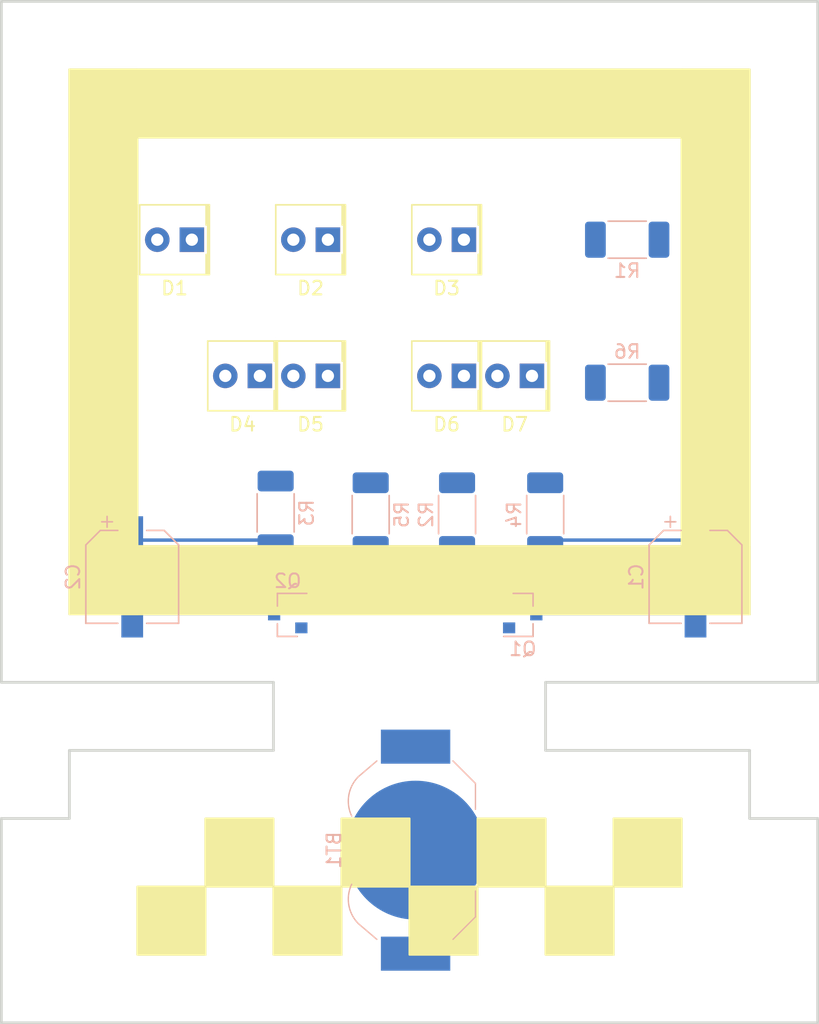
<source format=kicad_pcb>
(kicad_pcb (version 20171130) (host pcbnew "(6.0.0-rc1-dev-1198-gf6cdcc1db)")

  (general
    (thickness 1.6)
    (drawings 28)
    (tracks 9)
    (zones 0)
    (modules 18)
    (nets 14)
  )

  (page A4)
  (layers
    (0 F.Cu signal)
    (31 B.Cu signal)
    (32 B.Adhes user)
    (33 F.Adhes user)
    (34 B.Paste user)
    (35 F.Paste user hide)
    (36 B.SilkS user)
    (37 F.SilkS user hide)
    (38 B.Mask user)
    (39 F.Mask user hide)
    (40 Dwgs.User user hide)
    (41 Cmts.User user hide)
    (42 Eco1.User user hide)
    (43 Eco2.User user hide)
    (44 Edge.Cuts user)
    (45 Margin user hide)
    (46 B.CrtYd user)
    (47 F.CrtYd user hide)
    (48 B.Fab user)
    (49 F.Fab user)
  )

  (setup
    (last_trace_width 0.25)
    (trace_clearance 0.2)
    (zone_clearance 0.508)
    (zone_45_only no)
    (trace_min 0.2)
    (via_size 0.8)
    (via_drill 0.4)
    (via_min_size 0.4)
    (via_min_drill 0.3)
    (uvia_size 0.3)
    (uvia_drill 0.1)
    (uvias_allowed no)
    (uvia_min_size 0.2)
    (uvia_min_drill 0.1)
    (edge_width 0.2)
    (segment_width 0.2)
    (pcb_text_width 0.3)
    (pcb_text_size 1.5 1.5)
    (mod_edge_width 0.15)
    (mod_text_size 1 1)
    (mod_text_width 0.15)
    (pad_size 1.524 1.524)
    (pad_drill 0.762)
    (pad_to_mask_clearance 0.051)
    (solder_mask_min_width 0.25)
    (aux_axis_origin 0 0)
    (grid_origin 22 22)
    (visible_elements FFFFEF7F)
    (pcbplotparams
      (layerselection 0x010fc_ffffffff)
      (usegerberextensions false)
      (usegerberattributes false)
      (usegerberadvancedattributes false)
      (creategerberjobfile false)
      (excludeedgelayer true)
      (linewidth 0.100000)
      (plotframeref false)
      (viasonmask false)
      (mode 1)
      (useauxorigin false)
      (hpglpennumber 1)
      (hpglpenspeed 20)
      (hpglpendiameter 15.000000)
      (psnegative false)
      (psa4output false)
      (plotreference true)
      (plotvalue true)
      (plotinvisibletext false)
      (padsonsilk false)
      (subtractmaskfromsilk false)
      (outputformat 1)
      (mirror false)
      (drillshape 1)
      (scaleselection 1)
      (outputdirectory ""))
  )

  (net 0 "")
  (net 1 VCC)
  (net 2 GND)
  (net 3 "Net-(C1-Pad1)")
  (net 4 "Net-(C1-Pad2)")
  (net 5 "Net-(C2-Pad2)")
  (net 6 "Net-(C2-Pad1)")
  (net 7 "Net-(D1-Pad1)")
  (net 8 "Net-(D2-Pad1)")
  (net 9 "Net-(D3-Pad1)")
  (net 10 "Net-(D4-Pad1)")
  (net 11 "Net-(D5-Pad1)")
  (net 12 "Net-(D6-Pad1)")
  (net 13 "Net-(D7-Pad1)")

  (net_class Default "This is the default net class."
    (clearance 0.2)
    (trace_width 0.25)
    (via_dia 0.8)
    (via_drill 0.4)
    (uvia_dia 0.3)
    (uvia_drill 0.1)
    (add_net GND)
    (add_net "Net-(C1-Pad1)")
    (add_net "Net-(C1-Pad2)")
    (add_net "Net-(C2-Pad1)")
    (add_net "Net-(C2-Pad2)")
    (add_net "Net-(D1-Pad1)")
    (add_net "Net-(D2-Pad1)")
    (add_net "Net-(D3-Pad1)")
    (add_net "Net-(D4-Pad1)")
    (add_net "Net-(D5-Pad1)")
    (add_net "Net-(D6-Pad1)")
    (add_net "Net-(D7-Pad1)")
    (add_net VCC)
  )

  (module LED_THT:LED_Rectangular_W5.0mm_H5.0mm (layer F.Cu) (tedit 587A3A7B) (tstamp 5C0BE7BB)
    (at 46 39.5 180)
    (descr "LED_Rectangular, Rectangular,  Rectangular size 5.0x5.0mm^2, 2 pins, http://www.kingbright.com/attachments/file/psearch/000/00/00/L-169XCGDK(Ver.9B).pdf")
    (tags "LED_Rectangular Rectangular  Rectangular size 5.0x5.0mm^2 2 pins")
    (path /5BF4BD21)
    (fp_text reference D6 (at 1.27 -3.56 180) (layer F.SilkS)
      (effects (font (size 1 1) (thickness 0.15)))
    )
    (fp_text value LED (at 1.27 3.56 180) (layer F.Fab)
      (effects (font (size 1 1) (thickness 0.15)))
    )
    (fp_line (start 4.1 -2.85) (end -1.55 -2.85) (layer F.CrtYd) (width 0.05))
    (fp_line (start 4.1 2.85) (end 4.1 -2.85) (layer F.CrtYd) (width 0.05))
    (fp_line (start -1.55 2.85) (end 4.1 2.85) (layer F.CrtYd) (width 0.05))
    (fp_line (start -1.55 -2.85) (end -1.55 2.85) (layer F.CrtYd) (width 0.05))
    (fp_line (start -1.051 1.08) (end -1.051 2.56) (layer F.SilkS) (width 0.12))
    (fp_line (start -1.051 -2.56) (end -1.051 -1.08) (layer F.SilkS) (width 0.12))
    (fp_line (start -1.17 -2.56) (end -1.17 2.56) (layer F.SilkS) (width 0.12))
    (fp_line (start 3.83 -2.56) (end 3.83 2.56) (layer F.SilkS) (width 0.12))
    (fp_line (start -1.29 -2.56) (end -1.29 2.56) (layer F.SilkS) (width 0.12))
    (fp_line (start -1.29 2.56) (end 3.83 2.56) (layer F.SilkS) (width 0.12))
    (fp_line (start -1.29 -2.56) (end 3.83 -2.56) (layer F.SilkS) (width 0.12))
    (fp_line (start 3.77 -2.5) (end -1.23 -2.5) (layer F.Fab) (width 0.1))
    (fp_line (start 3.77 2.5) (end 3.77 -2.5) (layer F.Fab) (width 0.1))
    (fp_line (start -1.23 2.5) (end 3.77 2.5) (layer F.Fab) (width 0.1))
    (fp_line (start -1.23 -2.5) (end -1.23 2.5) (layer F.Fab) (width 0.1))
    (pad 2 thru_hole circle (at 2.54 0 180) (size 1.8 1.8) (drill 0.9) (layers *.Cu *.Mask)
      (net 11 "Net-(D5-Pad1)"))
    (pad 1 thru_hole rect (at 0 0 180) (size 1.8 1.8) (drill 0.9) (layers *.Cu *.Mask)
      (net 12 "Net-(D6-Pad1)"))
    (model ${KISYS3DMOD}/LED_THT.3dshapes/LED_Rectangular_W5.0mm_H5.0mm.wrl
      (at (xyz 0 0 0))
      (scale (xyz 1 1 1))
      (rotate (xyz 0 0 0))
    )
  )

  (module Battery:BatteryHolder_LINX_BAT-HLD-012-SMT (layer B.Cu) (tedit 5B256044) (tstamp 5BF5735D)
    (at 42.447 74.324 90)
    (descr "SMT battery holder for CR1216/1220/1225, https://linxtechnologies.com/wp/wp-content/uploads/bat-hld-012-smt.pdf")
    (tags "battery holder coin cell cr1216 cr1220 cr1225")
    (path /5BF3CB03)
    (attr smd)
    (fp_text reference BT1 (at 0 -6 90) (layer B.SilkS)
      (effects (font (size 1 1) (thickness 0.15)) (justify mirror))
    )
    (fp_text value Battery_Cell (at 0 7 90) (layer B.Fab)
      (effects (font (size 1 1) (thickness 0.15)) (justify mirror))
    )
    (fp_line (start 6.55 -2.85) (end 5.4 -4.2) (layer B.SilkS) (width 0.1))
    (fp_line (start -6.55 -2.85) (end -5.4 -4.2) (layer B.SilkS) (width 0.1))
    (fp_line (start -4.9 4.4) (end -3 4.4) (layer B.SilkS) (width 0.1))
    (fp_line (start 4.9 4.4) (end 3 4.4) (layer B.SilkS) (width 0.1))
    (fp_line (start 4.9 4.4) (end 6.55 2.75) (layer B.SilkS) (width 0.1))
    (fp_line (start -6.55 2.75) (end -4.9 4.4) (layer B.SilkS) (width 0.1))
    (fp_line (start 6.55 2.75) (end 6.75 2.75) (layer B.Fab) (width 0.1))
    (fp_line (start 6.55 2.75) (end 6.7 2.9) (layer B.Fab) (width 0.1))
    (fp_line (start 5.05 4.55) (end 4.9 4.4) (layer B.Fab) (width 0.1))
    (fp_line (start -5.05 4.55) (end -4.9 4.4) (layer B.Fab) (width 0.1))
    (fp_line (start -6.55 2.75) (end -6.7 2.9) (layer B.Fab) (width 0.1))
    (fp_line (start -6.75 2.75) (end -6.55 2.75) (layer B.Fab) (width 0.1))
    (fp_line (start 6.75 -2.85) (end 6.55 -2.85) (layer B.Fab) (width 0.1))
    (fp_line (start -6.75 -2.85) (end -6.55 -2.85) (layer B.Fab) (width 0.1))
    (fp_line (start -3.55 -6.75) (end -7.25 -3.05) (layer B.CrtYd) (width 0.05))
    (fp_line (start 3.55 -6.75) (end 7.25 -3.05) (layer B.CrtYd) (width 0.05))
    (fp_line (start -3.55 -6.75) (end 3.55 -6.75) (layer B.CrtYd) (width 0.05))
    (fp_line (start 9.35 -3.05) (end 7.25 -3.05) (layer B.CrtYd) (width 0.05))
    (fp_line (start 9.35 3.05) (end 9.35 -3.05) (layer B.CrtYd) (width 0.05))
    (fp_line (start 7.25 3.05) (end 9.35 3.05) (layer B.CrtYd) (width 0.05))
    (fp_line (start 3.55 6.75) (end 7.25 3.05) (layer B.CrtYd) (width 0.05))
    (fp_line (start -3.55 6.75) (end 3.55 6.75) (layer B.CrtYd) (width 0.05))
    (fp_line (start -7.25 3.05) (end -3.55 6.75) (layer B.CrtYd) (width 0.05))
    (fp_line (start -9.35 -3.05) (end -7.25 -3.05) (layer B.CrtYd) (width 0.05))
    (fp_line (start -9.35 3.05) (end -7.25 3.05) (layer B.CrtYd) (width 0.05))
    (fp_line (start -9.35 -3.05) (end -9.35 3.05) (layer B.CrtYd) (width 0.05))
    (fp_circle (center 0 0) (end -6.25 0) (layer B.Fab) (width 0.1))
    (fp_arc (start 0 -6) (end -1.8 -4.2) (angle -90) (layer B.Fab) (width 0.1))
    (fp_arc (start 3.6 -2.4) (end 5.4 -4.2) (angle -70.55996517) (layer B.SilkS) (width 0.1))
    (fp_line (start 6.55 -2.85) (end 5.4 -4.2) (layer B.Fab) (width 0.1))
    (fp_line (start -6.55 -2.85) (end -5.4 -4.2) (layer B.Fab) (width 0.1))
    (fp_line (start -6.55 2.75) (end -4.9 4.4) (layer B.Fab) (width 0.1))
    (fp_line (start -6.55 -2.85) (end -6.55 2.75) (layer B.Fab) (width 0.1))
    (fp_line (start 6.55 2.75) (end 4.9 4.4) (layer B.Fab) (width 0.1))
    (fp_line (start 6.55 -2.85) (end 6.55 2.75) (layer B.Fab) (width 0.1))
    (fp_line (start 6.7 2.9) (end 5.05 4.55) (layer B.Fab) (width 0.1))
    (fp_line (start -6.7 2.9) (end -5.05 4.55) (layer B.Fab) (width 0.1))
    (fp_line (start 4.9 4.4) (end -4.9 4.4) (layer B.Fab) (width 0.1))
    (fp_line (start 6.75 -2.85) (end 6.75 2.75) (layer B.Fab) (width 0.1))
    (fp_line (start -6.75 -2.85) (end -6.75 2.75) (layer B.Fab) (width 0.1))
    (fp_line (start 7.65 2.55) (end 6.75 2.55) (layer B.Fab) (width 0.1))
    (fp_line (start 7.65 0.55) (end 7.65 2.55) (layer B.Fab) (width 0.1))
    (fp_line (start 6.75 0.55) (end 7.65 0.55) (layer B.Fab) (width 0.1))
    (fp_line (start 7.65 -0.55) (end 6.75 -0.55) (layer B.Fab) (width 0.1))
    (fp_line (start 7.65 -2.55) (end 7.65 -0.55) (layer B.Fab) (width 0.1))
    (fp_line (start 6.75 -2.55) (end 7.65 -2.55) (layer B.Fab) (width 0.1))
    (fp_line (start -7.65 -2.55) (end -6.75 -2.55) (layer B.Fab) (width 0.1))
    (fp_line (start -7.65 -0.55) (end -7.65 -2.55) (layer B.Fab) (width 0.1))
    (fp_line (start -6.75 -0.55) (end -7.65 -0.55) (layer B.Fab) (width 0.1))
    (fp_line (start -7.65 0.55) (end -6.75 0.55) (layer B.Fab) (width 0.1))
    (fp_line (start -7.65 2.55) (end -6.75 2.55) (layer B.Fab) (width 0.1))
    (fp_line (start -7.65 2.55) (end -7.65 0.55) (layer B.Fab) (width 0.1))
    (fp_text user %R (at 0 0 90) (layer B.Fab)
      (effects (font (size 1 1) (thickness 0.15)) (justify mirror))
    )
    (fp_arc (start 3.6 -2.4) (end 5.4 -4.2) (angle -90) (layer B.Fab) (width 0.1))
    (fp_arc (start -3.6 -2.4) (end -1.8 -4.2) (angle -90) (layer B.Fab) (width 0.1))
    (fp_arc (start -3.6 -2.4) (end -5.4 -4.2) (angle 70.5) (layer B.SilkS) (width 0.1))
    (pad 1 smd rect (at -7.6 0 90) (size 2.5 5.1) (layers B.Cu B.Paste B.Mask)
      (net 1 VCC))
    (pad 1 smd rect (at 7.6 0 90) (size 2.5 5.1) (layers B.Cu B.Paste B.Mask)
      (net 1 VCC))
    (pad 2 smd circle (at 0 0 90) (size 10.2 10.2) (layers B.Cu B.Paste B.Mask)
      (net 2 GND))
    (model ${KISYS3DMOD}/Battery.3dshapes/BatteryHolder_LINX_BAT-HLD-012-SMT.wrl
      (at (xyz 0 0 0))
      (scale (xyz 1 1 1))
      (rotate (xyz 0 0 0))
    )
  )

  (module Capacitor_SMD:CP_Elec_6.3x5.4_Nichicon (layer B.Cu) (tedit 5A841F9D) (tstamp 5BFF9834)
    (at 63.021 54.258 270)
    (descr "SMT capacitor, aluminium electrolytic, 6.3x5.4, Nichicon ")
    (tags "Capacitor Electrolytic")
    (path /5BF35CC3)
    (attr smd)
    (fp_text reference C1 (at 0 4.35 270) (layer B.SilkS)
      (effects (font (size 1 1) (thickness 0.15)) (justify mirror))
    )
    (fp_text value 100uF (at 0 -4.35 270) (layer B.Fab)
      (effects (font (size 1 1) (thickness 0.15)) (justify mirror))
    )
    (fp_circle (center 0 0) (end 3.15 0) (layer B.Fab) (width 0.1))
    (fp_line (start 3.3 3.3) (end 3.3 -3.3) (layer B.Fab) (width 0.1))
    (fp_line (start -2.3 3.3) (end 3.3 3.3) (layer B.Fab) (width 0.1))
    (fp_line (start -2.3 -3.3) (end 3.3 -3.3) (layer B.Fab) (width 0.1))
    (fp_line (start -3.3 2.3) (end -3.3 -2.3) (layer B.Fab) (width 0.1))
    (fp_line (start -3.3 2.3) (end -2.3 3.3) (layer B.Fab) (width 0.1))
    (fp_line (start -3.3 -2.3) (end -2.3 -3.3) (layer B.Fab) (width 0.1))
    (fp_line (start -2.704838 1.33) (end -2.074838 1.33) (layer B.Fab) (width 0.1))
    (fp_line (start -2.389838 1.645) (end -2.389838 1.015) (layer B.Fab) (width 0.1))
    (fp_line (start 3.41 -3.41) (end 3.41 -1.06) (layer B.SilkS) (width 0.12))
    (fp_line (start 3.41 3.41) (end 3.41 1.06) (layer B.SilkS) (width 0.12))
    (fp_line (start -2.345563 3.41) (end 3.41 3.41) (layer B.SilkS) (width 0.12))
    (fp_line (start -2.345563 -3.41) (end 3.41 -3.41) (layer B.SilkS) (width 0.12))
    (fp_line (start -3.41 -2.345563) (end -3.41 -1.06) (layer B.SilkS) (width 0.12))
    (fp_line (start -3.41 2.345563) (end -3.41 1.06) (layer B.SilkS) (width 0.12))
    (fp_line (start -3.41 2.345563) (end -2.345563 3.41) (layer B.SilkS) (width 0.12))
    (fp_line (start -3.41 -2.345563) (end -2.345563 -3.41) (layer B.SilkS) (width 0.12))
    (fp_line (start -4.4375 1.8475) (end -3.65 1.8475) (layer B.SilkS) (width 0.12))
    (fp_line (start -4.04375 2.24125) (end -4.04375 1.45375) (layer B.SilkS) (width 0.12))
    (fp_line (start 3.55 3.55) (end 3.55 1.05) (layer B.CrtYd) (width 0.05))
    (fp_line (start 3.55 1.05) (end 4.7 1.05) (layer B.CrtYd) (width 0.05))
    (fp_line (start 4.7 1.05) (end 4.7 -1.05) (layer B.CrtYd) (width 0.05))
    (fp_line (start 4.7 -1.05) (end 3.55 -1.05) (layer B.CrtYd) (width 0.05))
    (fp_line (start 3.55 -1.05) (end 3.55 -3.55) (layer B.CrtYd) (width 0.05))
    (fp_line (start -2.4 -3.55) (end 3.55 -3.55) (layer B.CrtYd) (width 0.05))
    (fp_line (start -2.4 3.55) (end 3.55 3.55) (layer B.CrtYd) (width 0.05))
    (fp_line (start -3.55 -2.4) (end -2.4 -3.55) (layer B.CrtYd) (width 0.05))
    (fp_line (start -3.55 2.4) (end -2.4 3.55) (layer B.CrtYd) (width 0.05))
    (fp_line (start -3.55 2.4) (end -3.55 1.05) (layer B.CrtYd) (width 0.05))
    (fp_line (start -3.55 -1.05) (end -3.55 -2.4) (layer B.CrtYd) (width 0.05))
    (fp_line (start -3.55 1.05) (end -4.7 1.05) (layer B.CrtYd) (width 0.05))
    (fp_line (start -4.7 1.05) (end -4.7 -1.05) (layer B.CrtYd) (width 0.05))
    (fp_line (start -4.7 -1.05) (end -3.55 -1.05) (layer B.CrtYd) (width 0.05))
    (fp_text user %R (at 0 0 270) (layer B.Fab)
      (effects (font (size 1 1) (thickness 0.15)) (justify mirror))
    )
    (pad 1 smd rect (at -2.7 0 270) (size 3.5 1.6) (layers B.Cu B.Paste B.Mask)
      (net 3 "Net-(C1-Pad1)"))
    (pad 2 smd rect (at 2.7 0 270) (size 3.5 1.6) (layers B.Cu B.Paste B.Mask)
      (net 4 "Net-(C1-Pad2)"))
    (model ${KISYS3DMOD}/Capacitor_SMD.3dshapes/CP_Elec_6.3x5.4_Nichicon.wrl
      (at (xyz 0 0 0))
      (scale (xyz 1 1 1))
      (rotate (xyz 0 0 0))
    )
  )

  (module Capacitor_SMD:CP_Elec_6.3x5.4_Nichicon (layer B.Cu) (tedit 5A841F9D) (tstamp 5BFF985C)
    (at 21.619 54.258 270)
    (descr "SMT capacitor, aluminium electrolytic, 6.3x5.4, Nichicon ")
    (tags "Capacitor Electrolytic")
    (path /5BF35E94)
    (attr smd)
    (fp_text reference C2 (at 0 4.35 270) (layer B.SilkS)
      (effects (font (size 1 1) (thickness 0.15)) (justify mirror))
    )
    (fp_text value 100mF (at 0 -4.35 270) (layer B.Fab)
      (effects (font (size 1 1) (thickness 0.15)) (justify mirror))
    )
    (fp_text user %R (at 0 0 270) (layer B.Fab)
      (effects (font (size 1 1) (thickness 0.15)) (justify mirror))
    )
    (fp_line (start -4.7 -1.05) (end -3.55 -1.05) (layer B.CrtYd) (width 0.05))
    (fp_line (start -4.7 1.05) (end -4.7 -1.05) (layer B.CrtYd) (width 0.05))
    (fp_line (start -3.55 1.05) (end -4.7 1.05) (layer B.CrtYd) (width 0.05))
    (fp_line (start -3.55 -1.05) (end -3.55 -2.4) (layer B.CrtYd) (width 0.05))
    (fp_line (start -3.55 2.4) (end -3.55 1.05) (layer B.CrtYd) (width 0.05))
    (fp_line (start -3.55 2.4) (end -2.4 3.55) (layer B.CrtYd) (width 0.05))
    (fp_line (start -3.55 -2.4) (end -2.4 -3.55) (layer B.CrtYd) (width 0.05))
    (fp_line (start -2.4 3.55) (end 3.55 3.55) (layer B.CrtYd) (width 0.05))
    (fp_line (start -2.4 -3.55) (end 3.55 -3.55) (layer B.CrtYd) (width 0.05))
    (fp_line (start 3.55 -1.05) (end 3.55 -3.55) (layer B.CrtYd) (width 0.05))
    (fp_line (start 4.7 -1.05) (end 3.55 -1.05) (layer B.CrtYd) (width 0.05))
    (fp_line (start 4.7 1.05) (end 4.7 -1.05) (layer B.CrtYd) (width 0.05))
    (fp_line (start 3.55 1.05) (end 4.7 1.05) (layer B.CrtYd) (width 0.05))
    (fp_line (start 3.55 3.55) (end 3.55 1.05) (layer B.CrtYd) (width 0.05))
    (fp_line (start -4.04375 2.24125) (end -4.04375 1.45375) (layer B.SilkS) (width 0.12))
    (fp_line (start -4.4375 1.8475) (end -3.65 1.8475) (layer B.SilkS) (width 0.12))
    (fp_line (start -3.41 -2.345563) (end -2.345563 -3.41) (layer B.SilkS) (width 0.12))
    (fp_line (start -3.41 2.345563) (end -2.345563 3.41) (layer B.SilkS) (width 0.12))
    (fp_line (start -3.41 2.345563) (end -3.41 1.06) (layer B.SilkS) (width 0.12))
    (fp_line (start -3.41 -2.345563) (end -3.41 -1.06) (layer B.SilkS) (width 0.12))
    (fp_line (start -2.345563 -3.41) (end 3.41 -3.41) (layer B.SilkS) (width 0.12))
    (fp_line (start -2.345563 3.41) (end 3.41 3.41) (layer B.SilkS) (width 0.12))
    (fp_line (start 3.41 3.41) (end 3.41 1.06) (layer B.SilkS) (width 0.12))
    (fp_line (start 3.41 -3.41) (end 3.41 -1.06) (layer B.SilkS) (width 0.12))
    (fp_line (start -2.389838 1.645) (end -2.389838 1.015) (layer B.Fab) (width 0.1))
    (fp_line (start -2.704838 1.33) (end -2.074838 1.33) (layer B.Fab) (width 0.1))
    (fp_line (start -3.3 -2.3) (end -2.3 -3.3) (layer B.Fab) (width 0.1))
    (fp_line (start -3.3 2.3) (end -2.3 3.3) (layer B.Fab) (width 0.1))
    (fp_line (start -3.3 2.3) (end -3.3 -2.3) (layer B.Fab) (width 0.1))
    (fp_line (start -2.3 -3.3) (end 3.3 -3.3) (layer B.Fab) (width 0.1))
    (fp_line (start -2.3 3.3) (end 3.3 3.3) (layer B.Fab) (width 0.1))
    (fp_line (start 3.3 3.3) (end 3.3 -3.3) (layer B.Fab) (width 0.1))
    (fp_circle (center 0 0) (end 3.15 0) (layer B.Fab) (width 0.1))
    (pad 2 smd rect (at 2.7 0 270) (size 3.5 1.6) (layers B.Cu B.Paste B.Mask)
      (net 5 "Net-(C2-Pad2)"))
    (pad 1 smd rect (at -2.7 0 270) (size 3.5 1.6) (layers B.Cu B.Paste B.Mask)
      (net 6 "Net-(C2-Pad1)"))
    (model ${KISYS3DMOD}/Capacitor_SMD.3dshapes/CP_Elec_6.3x5.4_Nichicon.wrl
      (at (xyz 0 0 0))
      (scale (xyz 1 1 1))
      (rotate (xyz 0 0 0))
    )
  )

  (module Package_TO_SOT_SMD:SOT-23 (layer B.Cu) (tedit 5A02FF57) (tstamp 5BFF98FD)
    (at 33.049 57.052 180)
    (descr "SOT-23, Standard")
    (tags SOT-23)
    (path /5BF48FC8)
    (attr smd)
    (fp_text reference Q2 (at 0 2.5 180) (layer B.SilkS)
      (effects (font (size 1 1) (thickness 0.15)) (justify mirror))
    )
    (fp_text value MMBT3904 (at 0 -2.5 180) (layer B.Fab)
      (effects (font (size 1 1) (thickness 0.15)) (justify mirror))
    )
    (fp_text user %R (at 0 0 90) (layer B.Fab)
      (effects (font (size 0.5 0.5) (thickness 0.075)) (justify mirror))
    )
    (fp_line (start -0.7 0.95) (end -0.7 -1.5) (layer B.Fab) (width 0.1))
    (fp_line (start -0.15 1.52) (end 0.7 1.52) (layer B.Fab) (width 0.1))
    (fp_line (start -0.7 0.95) (end -0.15 1.52) (layer B.Fab) (width 0.1))
    (fp_line (start 0.7 1.52) (end 0.7 -1.52) (layer B.Fab) (width 0.1))
    (fp_line (start -0.7 -1.52) (end 0.7 -1.52) (layer B.Fab) (width 0.1))
    (fp_line (start 0.76 -1.58) (end 0.76 -0.65) (layer B.SilkS) (width 0.12))
    (fp_line (start 0.76 1.58) (end 0.76 0.65) (layer B.SilkS) (width 0.12))
    (fp_line (start -1.7 1.75) (end 1.7 1.75) (layer B.CrtYd) (width 0.05))
    (fp_line (start 1.7 1.75) (end 1.7 -1.75) (layer B.CrtYd) (width 0.05))
    (fp_line (start 1.7 -1.75) (end -1.7 -1.75) (layer B.CrtYd) (width 0.05))
    (fp_line (start -1.7 -1.75) (end -1.7 1.75) (layer B.CrtYd) (width 0.05))
    (fp_line (start 0.76 1.58) (end -1.4 1.58) (layer B.SilkS) (width 0.12))
    (fp_line (start 0.76 -1.58) (end -0.7 -1.58) (layer B.SilkS) (width 0.12))
    (pad 1 smd rect (at -1 0.95 180) (size 0.9 0.8) (layers B.Cu B.Paste B.Mask)
      (net 3 "Net-(C1-Pad1)"))
    (pad 2 smd rect (at -1 -0.95 180) (size 0.9 0.8) (layers B.Cu B.Paste B.Mask)
      (net 2 GND))
    (pad 3 smd rect (at 1 0 180) (size 0.9 0.8) (layers B.Cu B.Paste B.Mask)
      (net 5 "Net-(C2-Pad2)"))
    (model ${KISYS3DMOD}/Package_TO_SOT_SMD.3dshapes/SOT-23.wrl
      (at (xyz 0 0 0))
      (scale (xyz 1 1 1))
      (rotate (xyz 0 0 0))
    )
  )

  (module Package_TO_SOT_SMD:SOT-23 (layer B.Cu) (tedit 5A02FF57) (tstamp 5BFF98E8)
    (at 50.321 57.052)
    (descr "SOT-23, Standard")
    (tags SOT-23)
    (path /5BF490FA)
    (attr smd)
    (fp_text reference Q1 (at 0 2.5) (layer B.SilkS)
      (effects (font (size 1 1) (thickness 0.15)) (justify mirror))
    )
    (fp_text value MMBT3904 (at 0 -2.5) (layer B.Fab)
      (effects (font (size 1 1) (thickness 0.15)) (justify mirror))
    )
    (fp_line (start 0.76 -1.58) (end -0.7 -1.58) (layer B.SilkS) (width 0.12))
    (fp_line (start 0.76 1.58) (end -1.4 1.58) (layer B.SilkS) (width 0.12))
    (fp_line (start -1.7 -1.75) (end -1.7 1.75) (layer B.CrtYd) (width 0.05))
    (fp_line (start 1.7 -1.75) (end -1.7 -1.75) (layer B.CrtYd) (width 0.05))
    (fp_line (start 1.7 1.75) (end 1.7 -1.75) (layer B.CrtYd) (width 0.05))
    (fp_line (start -1.7 1.75) (end 1.7 1.75) (layer B.CrtYd) (width 0.05))
    (fp_line (start 0.76 1.58) (end 0.76 0.65) (layer B.SilkS) (width 0.12))
    (fp_line (start 0.76 -1.58) (end 0.76 -0.65) (layer B.SilkS) (width 0.12))
    (fp_line (start -0.7 -1.52) (end 0.7 -1.52) (layer B.Fab) (width 0.1))
    (fp_line (start 0.7 1.52) (end 0.7 -1.52) (layer B.Fab) (width 0.1))
    (fp_line (start -0.7 0.95) (end -0.15 1.52) (layer B.Fab) (width 0.1))
    (fp_line (start -0.15 1.52) (end 0.7 1.52) (layer B.Fab) (width 0.1))
    (fp_line (start -0.7 0.95) (end -0.7 -1.5) (layer B.Fab) (width 0.1))
    (fp_text user %R (at 0 0 -90) (layer B.Fab)
      (effects (font (size 0.5 0.5) (thickness 0.075)) (justify mirror))
    )
    (pad 3 smd rect (at 1 0) (size 0.9 0.8) (layers B.Cu B.Paste B.Mask)
      (net 4 "Net-(C1-Pad2)"))
    (pad 2 smd rect (at -1 -0.95) (size 0.9 0.8) (layers B.Cu B.Paste B.Mask)
      (net 2 GND))
    (pad 1 smd rect (at -1 0.95) (size 0.9 0.8) (layers B.Cu B.Paste B.Mask)
      (net 6 "Net-(C2-Pad1)"))
    (model ${KISYS3DMOD}/Package_TO_SOT_SMD.3dshapes/SOT-23.wrl
      (at (xyz 0 0 0))
      (scale (xyz 1 1 1))
      (rotate (xyz 0 0 0))
    )
  )

  (module Resistor_SMD:R_2010_5025Metric_Pad1.52x2.65mm_HandSolder (layer B.Cu) (tedit 5B301BBD) (tstamp 5BFFDA86)
    (at 58 29.5)
    (descr "Resistor SMD 2010 (5025 Metric), square (rectangular) end terminal, IPC_7351 nominal with elongated pad for handsoldering. (Body size source: http://www.tortai-tech.com/upload/download/2011102023233369053.pdf), generated with kicad-footprint-generator")
    (tags "resistor handsolder")
    (path /5BF386D1)
    (attr smd)
    (fp_text reference R1 (at 0 2.28) (layer B.SilkS)
      (effects (font (size 1 1) (thickness 0.15)) (justify mirror))
    )
    (fp_text value 220 (at 0 -2.28) (layer B.Fab)
      (effects (font (size 1 1) (thickness 0.15)) (justify mirror))
    )
    (fp_text user %R (at 0 0) (layer B.Fab)
      (effects (font (size 1 1) (thickness 0.15)) (justify mirror))
    )
    (fp_line (start 3.35 -1.58) (end -3.35 -1.58) (layer B.CrtYd) (width 0.05))
    (fp_line (start 3.35 1.58) (end 3.35 -1.58) (layer B.CrtYd) (width 0.05))
    (fp_line (start -3.35 1.58) (end 3.35 1.58) (layer B.CrtYd) (width 0.05))
    (fp_line (start -3.35 -1.58) (end -3.35 1.58) (layer B.CrtYd) (width 0.05))
    (fp_line (start -1.402064 -1.36) (end 1.402064 -1.36) (layer B.SilkS) (width 0.12))
    (fp_line (start -1.402064 1.36) (end 1.402064 1.36) (layer B.SilkS) (width 0.12))
    (fp_line (start 2.5 -1.25) (end -2.5 -1.25) (layer B.Fab) (width 0.1))
    (fp_line (start 2.5 1.25) (end 2.5 -1.25) (layer B.Fab) (width 0.1))
    (fp_line (start -2.5 1.25) (end 2.5 1.25) (layer B.Fab) (width 0.1))
    (fp_line (start -2.5 -1.25) (end -2.5 1.25) (layer B.Fab) (width 0.1))
    (pad 2 smd roundrect (at 2.3375 0) (size 1.525 2.65) (layers B.Cu B.Paste B.Mask) (roundrect_rratio 0.163934)
      (net 9 "Net-(D3-Pad1)"))
    (pad 1 smd roundrect (at -2.3375 0) (size 1.525 2.65) (layers B.Cu B.Paste B.Mask) (roundrect_rratio 0.163934)
      (net 4 "Net-(C1-Pad2)"))
    (model ${KISYS3DMOD}/Resistor_SMD.3dshapes/R_2010_5025Metric.wrl
      (at (xyz 0 0 0))
      (scale (xyz 1 1 1))
      (rotate (xyz 0 0 0))
    )
  )

  (module Resistor_SMD:R_2010_5025Metric_Pad1.52x2.65mm_HandSolder (layer B.Cu) (tedit 5B301BBD) (tstamp 5BFFDA96)
    (at 45.495 49.686 270)
    (descr "Resistor SMD 2010 (5025 Metric), square (rectangular) end terminal, IPC_7351 nominal with elongated pad for handsoldering. (Body size source: http://www.tortai-tech.com/upload/download/2011102023233369053.pdf), generated with kicad-footprint-generator")
    (tags "resistor handsolder")
    (path /5BF31F1D)
    (attr smd)
    (fp_text reference R2 (at 0 2.28 270) (layer B.SilkS)
      (effects (font (size 1 1) (thickness 0.15)) (justify mirror))
    )
    (fp_text value 10K (at 0 -2.28 270) (layer B.Fab)
      (effects (font (size 1 1) (thickness 0.15)) (justify mirror))
    )
    (fp_line (start -2.5 -1.25) (end -2.5 1.25) (layer B.Fab) (width 0.1))
    (fp_line (start -2.5 1.25) (end 2.5 1.25) (layer B.Fab) (width 0.1))
    (fp_line (start 2.5 1.25) (end 2.5 -1.25) (layer B.Fab) (width 0.1))
    (fp_line (start 2.5 -1.25) (end -2.5 -1.25) (layer B.Fab) (width 0.1))
    (fp_line (start -1.402064 1.36) (end 1.402064 1.36) (layer B.SilkS) (width 0.12))
    (fp_line (start -1.402064 -1.36) (end 1.402064 -1.36) (layer B.SilkS) (width 0.12))
    (fp_line (start -3.35 -1.58) (end -3.35 1.58) (layer B.CrtYd) (width 0.05))
    (fp_line (start -3.35 1.58) (end 3.35 1.58) (layer B.CrtYd) (width 0.05))
    (fp_line (start 3.35 1.58) (end 3.35 -1.58) (layer B.CrtYd) (width 0.05))
    (fp_line (start 3.35 -1.58) (end -3.35 -1.58) (layer B.CrtYd) (width 0.05))
    (fp_text user %R (at 0 0 270) (layer B.Fab)
      (effects (font (size 1 1) (thickness 0.15)) (justify mirror))
    )
    (pad 1 smd roundrect (at -2.3375 0 270) (size 1.525 2.65) (layers B.Cu B.Paste B.Mask) (roundrect_rratio 0.163934)
      (net 4 "Net-(C1-Pad2)"))
    (pad 2 smd roundrect (at 2.3375 0 270) (size 1.525 2.65) (layers B.Cu B.Paste B.Mask) (roundrect_rratio 0.163934)
      (net 1 VCC))
    (model ${KISYS3DMOD}/Resistor_SMD.3dshapes/R_2010_5025Metric.wrl
      (at (xyz 0 0 0))
      (scale (xyz 1 1 1))
      (rotate (xyz 0 0 0))
    )
  )

  (module Resistor_SMD:R_2010_5025Metric_Pad1.52x2.65mm_HandSolder (layer B.Cu) (tedit 5B301BBD) (tstamp 5BFFDAA6)
    (at 32.16 49.559 90)
    (descr "Resistor SMD 2010 (5025 Metric), square (rectangular) end terminal, IPC_7351 nominal with elongated pad for handsoldering. (Body size source: http://www.tortai-tech.com/upload/download/2011102023233369053.pdf), generated with kicad-footprint-generator")
    (tags "resistor handsolder")
    (path /5BF3202B)
    (attr smd)
    (fp_text reference R3 (at 0 2.28 90) (layer B.SilkS)
      (effects (font (size 1 1) (thickness 0.15)) (justify mirror))
    )
    (fp_text value 10K (at 0 -2.28 90) (layer B.Fab)
      (effects (font (size 1 1) (thickness 0.15)) (justify mirror))
    )
    (fp_text user %R (at 0 0 90) (layer B.Fab)
      (effects (font (size 1 1) (thickness 0.15)) (justify mirror))
    )
    (fp_line (start 3.35 -1.58) (end -3.35 -1.58) (layer B.CrtYd) (width 0.05))
    (fp_line (start 3.35 1.58) (end 3.35 -1.58) (layer B.CrtYd) (width 0.05))
    (fp_line (start -3.35 1.58) (end 3.35 1.58) (layer B.CrtYd) (width 0.05))
    (fp_line (start -3.35 -1.58) (end -3.35 1.58) (layer B.CrtYd) (width 0.05))
    (fp_line (start -1.402064 -1.36) (end 1.402064 -1.36) (layer B.SilkS) (width 0.12))
    (fp_line (start -1.402064 1.36) (end 1.402064 1.36) (layer B.SilkS) (width 0.12))
    (fp_line (start 2.5 -1.25) (end -2.5 -1.25) (layer B.Fab) (width 0.1))
    (fp_line (start 2.5 1.25) (end 2.5 -1.25) (layer B.Fab) (width 0.1))
    (fp_line (start -2.5 1.25) (end 2.5 1.25) (layer B.Fab) (width 0.1))
    (fp_line (start -2.5 -1.25) (end -2.5 1.25) (layer B.Fab) (width 0.1))
    (pad 2 smd roundrect (at 2.3375 0 90) (size 1.525 2.65) (layers B.Cu B.Paste B.Mask) (roundrect_rratio 0.163934)
      (net 1 VCC))
    (pad 1 smd roundrect (at -2.3375 0 90) (size 1.525 2.65) (layers B.Cu B.Paste B.Mask) (roundrect_rratio 0.163934)
      (net 6 "Net-(C2-Pad1)"))
    (model ${KISYS3DMOD}/Resistor_SMD.3dshapes/R_2010_5025Metric.wrl
      (at (xyz 0 0 0))
      (scale (xyz 1 1 1))
      (rotate (xyz 0 0 0))
    )
  )

  (module Resistor_SMD:R_2010_5025Metric_Pad1.52x2.65mm_HandSolder (layer B.Cu) (tedit 5B301BBD) (tstamp 5BFFDAB6)
    (at 51.972 49.686 270)
    (descr "Resistor SMD 2010 (5025 Metric), square (rectangular) end terminal, IPC_7351 nominal with elongated pad for handsoldering. (Body size source: http://www.tortai-tech.com/upload/download/2011102023233369053.pdf), generated with kicad-footprint-generator")
    (tags "resistor handsolder")
    (path /5BF32163)
    (attr smd)
    (fp_text reference R4 (at 0 2.28 270) (layer B.SilkS)
      (effects (font (size 1 1) (thickness 0.15)) (justify mirror))
    )
    (fp_text value 10K (at 0 -2.28 270) (layer B.Fab)
      (effects (font (size 1 1) (thickness 0.15)) (justify mirror))
    )
    (fp_line (start -2.5 -1.25) (end -2.5 1.25) (layer B.Fab) (width 0.1))
    (fp_line (start -2.5 1.25) (end 2.5 1.25) (layer B.Fab) (width 0.1))
    (fp_line (start 2.5 1.25) (end 2.5 -1.25) (layer B.Fab) (width 0.1))
    (fp_line (start 2.5 -1.25) (end -2.5 -1.25) (layer B.Fab) (width 0.1))
    (fp_line (start -1.402064 1.36) (end 1.402064 1.36) (layer B.SilkS) (width 0.12))
    (fp_line (start -1.402064 -1.36) (end 1.402064 -1.36) (layer B.SilkS) (width 0.12))
    (fp_line (start -3.35 -1.58) (end -3.35 1.58) (layer B.CrtYd) (width 0.05))
    (fp_line (start -3.35 1.58) (end 3.35 1.58) (layer B.CrtYd) (width 0.05))
    (fp_line (start 3.35 1.58) (end 3.35 -1.58) (layer B.CrtYd) (width 0.05))
    (fp_line (start 3.35 -1.58) (end -3.35 -1.58) (layer B.CrtYd) (width 0.05))
    (fp_text user %R (at 0 0 270) (layer B.Fab)
      (effects (font (size 1 1) (thickness 0.15)) (justify mirror))
    )
    (pad 1 smd roundrect (at -2.3375 0 270) (size 1.525 2.65) (layers B.Cu B.Paste B.Mask) (roundrect_rratio 0.163934)
      (net 1 VCC))
    (pad 2 smd roundrect (at 2.3375 0 270) (size 1.525 2.65) (layers B.Cu B.Paste B.Mask) (roundrect_rratio 0.163934)
      (net 3 "Net-(C1-Pad1)"))
    (model ${KISYS3DMOD}/Resistor_SMD.3dshapes/R_2010_5025Metric.wrl
      (at (xyz 0 0 0))
      (scale (xyz 1 1 1))
      (rotate (xyz 0 0 0))
    )
  )

  (module Resistor_SMD:R_2010_5025Metric_Pad1.52x2.65mm_HandSolder (layer B.Cu) (tedit 5B301BBD) (tstamp 5BFFDAC6)
    (at 39.145 49.686 90)
    (descr "Resistor SMD 2010 (5025 Metric), square (rectangular) end terminal, IPC_7351 nominal with elongated pad for handsoldering. (Body size source: http://www.tortai-tech.com/upload/download/2011102023233369053.pdf), generated with kicad-footprint-generator")
    (tags "resistor handsolder")
    (path /5BF32243)
    (attr smd)
    (fp_text reference R5 (at 0 2.28 90) (layer B.SilkS)
      (effects (font (size 1 1) (thickness 0.15)) (justify mirror))
    )
    (fp_text value 10K (at 0 -2.28 90) (layer B.Fab)
      (effects (font (size 1 1) (thickness 0.15)) (justify mirror))
    )
    (fp_text user %R (at 0 0 90) (layer B.Fab)
      (effects (font (size 1 1) (thickness 0.15)) (justify mirror))
    )
    (fp_line (start 3.35 -1.58) (end -3.35 -1.58) (layer B.CrtYd) (width 0.05))
    (fp_line (start 3.35 1.58) (end 3.35 -1.58) (layer B.CrtYd) (width 0.05))
    (fp_line (start -3.35 1.58) (end 3.35 1.58) (layer B.CrtYd) (width 0.05))
    (fp_line (start -3.35 -1.58) (end -3.35 1.58) (layer B.CrtYd) (width 0.05))
    (fp_line (start -1.402064 -1.36) (end 1.402064 -1.36) (layer B.SilkS) (width 0.12))
    (fp_line (start -1.402064 1.36) (end 1.402064 1.36) (layer B.SilkS) (width 0.12))
    (fp_line (start 2.5 -1.25) (end -2.5 -1.25) (layer B.Fab) (width 0.1))
    (fp_line (start 2.5 1.25) (end 2.5 -1.25) (layer B.Fab) (width 0.1))
    (fp_line (start -2.5 1.25) (end 2.5 1.25) (layer B.Fab) (width 0.1))
    (fp_line (start -2.5 -1.25) (end -2.5 1.25) (layer B.Fab) (width 0.1))
    (pad 2 smd roundrect (at 2.3375 0 90) (size 1.525 2.65) (layers B.Cu B.Paste B.Mask) (roundrect_rratio 0.163934)
      (net 5 "Net-(C2-Pad2)"))
    (pad 1 smd roundrect (at -2.3375 0 90) (size 1.525 2.65) (layers B.Cu B.Paste B.Mask) (roundrect_rratio 0.163934)
      (net 1 VCC))
    (model ${KISYS3DMOD}/Resistor_SMD.3dshapes/R_2010_5025Metric.wrl
      (at (xyz 0 0 0))
      (scale (xyz 1 1 1))
      (rotate (xyz 0 0 0))
    )
  )

  (module Resistor_SMD:R_2010_5025Metric_Pad1.52x2.65mm_HandSolder (layer B.Cu) (tedit 5B301BBD) (tstamp 5BFFDAD6)
    (at 58 40 180)
    (descr "Resistor SMD 2010 (5025 Metric), square (rectangular) end terminal, IPC_7351 nominal with elongated pad for handsoldering. (Body size source: http://www.tortai-tech.com/upload/download/2011102023233369053.pdf), generated with kicad-footprint-generator")
    (tags "resistor handsolder")
    (path /5BF347CB)
    (attr smd)
    (fp_text reference R6 (at 0 2.28 180) (layer B.SilkS)
      (effects (font (size 1 1) (thickness 0.15)) (justify mirror))
    )
    (fp_text value 220 (at 0 -2.28 180) (layer B.Fab)
      (effects (font (size 1 1) (thickness 0.15)) (justify mirror))
    )
    (fp_line (start -2.5 -1.25) (end -2.5 1.25) (layer B.Fab) (width 0.1))
    (fp_line (start -2.5 1.25) (end 2.5 1.25) (layer B.Fab) (width 0.1))
    (fp_line (start 2.5 1.25) (end 2.5 -1.25) (layer B.Fab) (width 0.1))
    (fp_line (start 2.5 -1.25) (end -2.5 -1.25) (layer B.Fab) (width 0.1))
    (fp_line (start -1.402064 1.36) (end 1.402064 1.36) (layer B.SilkS) (width 0.12))
    (fp_line (start -1.402064 -1.36) (end 1.402064 -1.36) (layer B.SilkS) (width 0.12))
    (fp_line (start -3.35 -1.58) (end -3.35 1.58) (layer B.CrtYd) (width 0.05))
    (fp_line (start -3.35 1.58) (end 3.35 1.58) (layer B.CrtYd) (width 0.05))
    (fp_line (start 3.35 1.58) (end 3.35 -1.58) (layer B.CrtYd) (width 0.05))
    (fp_line (start 3.35 -1.58) (end -3.35 -1.58) (layer B.CrtYd) (width 0.05))
    (fp_text user %R (at 0 0 180) (layer B.Fab)
      (effects (font (size 1 1) (thickness 0.15)) (justify mirror))
    )
    (pad 1 smd roundrect (at -2.3375 0 180) (size 1.525 2.65) (layers B.Cu B.Paste B.Mask) (roundrect_rratio 0.163934)
      (net 13 "Net-(D7-Pad1)"))
    (pad 2 smd roundrect (at 2.3375 0 180) (size 1.525 2.65) (layers B.Cu B.Paste B.Mask) (roundrect_rratio 0.163934)
      (net 5 "Net-(C2-Pad2)"))
    (model ${KISYS3DMOD}/Resistor_SMD.3dshapes/R_2010_5025Metric.wrl
      (at (xyz 0 0 0))
      (scale (xyz 1 1 1))
      (rotate (xyz 0 0 0))
    )
  )

  (module LED_THT:LED_Rectangular_W5.0mm_H5.0mm (layer F.Cu) (tedit 587A3A7B) (tstamp 5C0BE59A)
    (at 26 29.5 180)
    (descr "LED_Rectangular, Rectangular,  Rectangular size 5.0x5.0mm^2, 2 pins, http://www.kingbright.com/attachments/file/psearch/000/00/00/L-169XCGDK(Ver.9B).pdf")
    (tags "LED_Rectangular Rectangular  Rectangular size 5.0x5.0mm^2 2 pins")
    (path /5BF3313D)
    (fp_text reference D1 (at 1.27 -3.56 180) (layer F.SilkS)
      (effects (font (size 1 1) (thickness 0.15)))
    )
    (fp_text value LED (at 1.27 3.56 180) (layer F.Fab)
      (effects (font (size 1 1) (thickness 0.15)))
    )
    (fp_line (start 4.1 -2.85) (end -1.55 -2.85) (layer F.CrtYd) (width 0.05))
    (fp_line (start 4.1 2.85) (end 4.1 -2.85) (layer F.CrtYd) (width 0.05))
    (fp_line (start -1.55 2.85) (end 4.1 2.85) (layer F.CrtYd) (width 0.05))
    (fp_line (start -1.55 -2.85) (end -1.55 2.85) (layer F.CrtYd) (width 0.05))
    (fp_line (start -1.051 1.08) (end -1.051 2.56) (layer F.SilkS) (width 0.12))
    (fp_line (start -1.051 -2.56) (end -1.051 -1.08) (layer F.SilkS) (width 0.12))
    (fp_line (start -1.17 -2.56) (end -1.17 2.56) (layer F.SilkS) (width 0.12))
    (fp_line (start 3.83 -2.56) (end 3.83 2.56) (layer F.SilkS) (width 0.12))
    (fp_line (start -1.29 -2.56) (end -1.29 2.56) (layer F.SilkS) (width 0.12))
    (fp_line (start -1.29 2.56) (end 3.83 2.56) (layer F.SilkS) (width 0.12))
    (fp_line (start -1.29 -2.56) (end 3.83 -2.56) (layer F.SilkS) (width 0.12))
    (fp_line (start 3.77 -2.5) (end -1.23 -2.5) (layer F.Fab) (width 0.1))
    (fp_line (start 3.77 2.5) (end 3.77 -2.5) (layer F.Fab) (width 0.1))
    (fp_line (start -1.23 2.5) (end 3.77 2.5) (layer F.Fab) (width 0.1))
    (fp_line (start -1.23 -2.5) (end -1.23 2.5) (layer F.Fab) (width 0.1))
    (pad 2 thru_hole circle (at 2.54 0 180) (size 1.8 1.8) (drill 0.9) (layers *.Cu *.Mask)
      (net 1 VCC))
    (pad 1 thru_hole rect (at 0 0 180) (size 1.8 1.8) (drill 0.9) (layers *.Cu *.Mask)
      (net 7 "Net-(D1-Pad1)"))
    (model ${KISYS3DMOD}/LED_THT.3dshapes/LED_Rectangular_W5.0mm_H5.0mm.wrl
      (at (xyz 0 0 0))
      (scale (xyz 1 1 1))
      (rotate (xyz 0 0 0))
    )
  )

  (module LED_THT:LED_Rectangular_W5.0mm_H5.0mm (layer F.Cu) (tedit 587A3A7B) (tstamp 5C0BE5AE)
    (at 36 29.5 180)
    (descr "LED_Rectangular, Rectangular,  Rectangular size 5.0x5.0mm^2, 2 pins, http://www.kingbright.com/attachments/file/psearch/000/00/00/L-169XCGDK(Ver.9B).pdf")
    (tags "LED_Rectangular Rectangular  Rectangular size 5.0x5.0mm^2 2 pins")
    (path /5BF4DA73)
    (fp_text reference D2 (at 1.27 -3.56 180) (layer F.SilkS)
      (effects (font (size 1 1) (thickness 0.15)))
    )
    (fp_text value LED (at 1.27 3.56 180) (layer F.Fab)
      (effects (font (size 1 1) (thickness 0.15)))
    )
    (fp_line (start 4.1 -2.85) (end -1.55 -2.85) (layer F.CrtYd) (width 0.05))
    (fp_line (start 4.1 2.85) (end 4.1 -2.85) (layer F.CrtYd) (width 0.05))
    (fp_line (start -1.55 2.85) (end 4.1 2.85) (layer F.CrtYd) (width 0.05))
    (fp_line (start -1.55 -2.85) (end -1.55 2.85) (layer F.CrtYd) (width 0.05))
    (fp_line (start -1.051 1.08) (end -1.051 2.56) (layer F.SilkS) (width 0.12))
    (fp_line (start -1.051 -2.56) (end -1.051 -1.08) (layer F.SilkS) (width 0.12))
    (fp_line (start -1.17 -2.56) (end -1.17 2.56) (layer F.SilkS) (width 0.12))
    (fp_line (start 3.83 -2.56) (end 3.83 2.56) (layer F.SilkS) (width 0.12))
    (fp_line (start -1.29 -2.56) (end -1.29 2.56) (layer F.SilkS) (width 0.12))
    (fp_line (start -1.29 2.56) (end 3.83 2.56) (layer F.SilkS) (width 0.12))
    (fp_line (start -1.29 -2.56) (end 3.83 -2.56) (layer F.SilkS) (width 0.12))
    (fp_line (start 3.77 -2.5) (end -1.23 -2.5) (layer F.Fab) (width 0.1))
    (fp_line (start 3.77 2.5) (end 3.77 -2.5) (layer F.Fab) (width 0.1))
    (fp_line (start -1.23 2.5) (end 3.77 2.5) (layer F.Fab) (width 0.1))
    (fp_line (start -1.23 -2.5) (end -1.23 2.5) (layer F.Fab) (width 0.1))
    (pad 2 thru_hole circle (at 2.54 0 180) (size 1.8 1.8) (drill 0.9) (layers *.Cu *.Mask)
      (net 7 "Net-(D1-Pad1)"))
    (pad 1 thru_hole rect (at 0 0 180) (size 1.8 1.8) (drill 0.9) (layers *.Cu *.Mask)
      (net 8 "Net-(D2-Pad1)"))
    (model ${KISYS3DMOD}/LED_THT.3dshapes/LED_Rectangular_W5.0mm_H5.0mm.wrl
      (at (xyz 0 0 0))
      (scale (xyz 1 1 1))
      (rotate (xyz 0 0 0))
    )
  )

  (module LED_THT:LED_Rectangular_W5.0mm_H5.0mm (layer F.Cu) (tedit 587A3A7B) (tstamp 5C0BE5C2)
    (at 46 29.5 180)
    (descr "LED_Rectangular, Rectangular,  Rectangular size 5.0x5.0mm^2, 2 pins, http://www.kingbright.com/attachments/file/psearch/000/00/00/L-169XCGDK(Ver.9B).pdf")
    (tags "LED_Rectangular Rectangular  Rectangular size 5.0x5.0mm^2 2 pins")
    (path /5BF4E1BE)
    (fp_text reference D3 (at 1.27 -3.56 180) (layer F.SilkS)
      (effects (font (size 1 1) (thickness 0.15)))
    )
    (fp_text value LED (at 1.27 3.56 180) (layer F.Fab)
      (effects (font (size 1 1) (thickness 0.15)))
    )
    (fp_line (start -1.23 -2.5) (end -1.23 2.5) (layer F.Fab) (width 0.1))
    (fp_line (start -1.23 2.5) (end 3.77 2.5) (layer F.Fab) (width 0.1))
    (fp_line (start 3.77 2.5) (end 3.77 -2.5) (layer F.Fab) (width 0.1))
    (fp_line (start 3.77 -2.5) (end -1.23 -2.5) (layer F.Fab) (width 0.1))
    (fp_line (start -1.29 -2.56) (end 3.83 -2.56) (layer F.SilkS) (width 0.12))
    (fp_line (start -1.29 2.56) (end 3.83 2.56) (layer F.SilkS) (width 0.12))
    (fp_line (start -1.29 -2.56) (end -1.29 2.56) (layer F.SilkS) (width 0.12))
    (fp_line (start 3.83 -2.56) (end 3.83 2.56) (layer F.SilkS) (width 0.12))
    (fp_line (start -1.17 -2.56) (end -1.17 2.56) (layer F.SilkS) (width 0.12))
    (fp_line (start -1.051 -2.56) (end -1.051 -1.08) (layer F.SilkS) (width 0.12))
    (fp_line (start -1.051 1.08) (end -1.051 2.56) (layer F.SilkS) (width 0.12))
    (fp_line (start -1.55 -2.85) (end -1.55 2.85) (layer F.CrtYd) (width 0.05))
    (fp_line (start -1.55 2.85) (end 4.1 2.85) (layer F.CrtYd) (width 0.05))
    (fp_line (start 4.1 2.85) (end 4.1 -2.85) (layer F.CrtYd) (width 0.05))
    (fp_line (start 4.1 -2.85) (end -1.55 -2.85) (layer F.CrtYd) (width 0.05))
    (pad 1 thru_hole rect (at 0 0 180) (size 1.8 1.8) (drill 0.9) (layers *.Cu *.Mask)
      (net 9 "Net-(D3-Pad1)"))
    (pad 2 thru_hole circle (at 2.54 0 180) (size 1.8 1.8) (drill 0.9) (layers *.Cu *.Mask)
      (net 8 "Net-(D2-Pad1)"))
    (model ${KISYS3DMOD}/LED_THT.3dshapes/LED_Rectangular_W5.0mm_H5.0mm.wrl
      (at (xyz 0 0 0))
      (scale (xyz 1 1 1))
      (rotate (xyz 0 0 0))
    )
  )

  (module LED_THT:LED_Rectangular_W5.0mm_H5.0mm (layer F.Cu) (tedit 587A3A7B) (tstamp 5C0BE5D6)
    (at 31 39.5 180)
    (descr "LED_Rectangular, Rectangular,  Rectangular size 5.0x5.0mm^2, 2 pins, http://www.kingbright.com/attachments/file/psearch/000/00/00/L-169XCGDK(Ver.9B).pdf")
    (tags "LED_Rectangular Rectangular  Rectangular size 5.0x5.0mm^2 2 pins")
    (path /5BF32E51)
    (fp_text reference D4 (at 1.27 -3.56 180) (layer F.SilkS)
      (effects (font (size 1 1) (thickness 0.15)))
    )
    (fp_text value LED (at 1.27 3.56 180) (layer F.Fab)
      (effects (font (size 1 1) (thickness 0.15)))
    )
    (fp_line (start -1.23 -2.5) (end -1.23 2.5) (layer F.Fab) (width 0.1))
    (fp_line (start -1.23 2.5) (end 3.77 2.5) (layer F.Fab) (width 0.1))
    (fp_line (start 3.77 2.5) (end 3.77 -2.5) (layer F.Fab) (width 0.1))
    (fp_line (start 3.77 -2.5) (end -1.23 -2.5) (layer F.Fab) (width 0.1))
    (fp_line (start -1.29 -2.56) (end 3.83 -2.56) (layer F.SilkS) (width 0.12))
    (fp_line (start -1.29 2.56) (end 3.83 2.56) (layer F.SilkS) (width 0.12))
    (fp_line (start -1.29 -2.56) (end -1.29 2.56) (layer F.SilkS) (width 0.12))
    (fp_line (start 3.83 -2.56) (end 3.83 2.56) (layer F.SilkS) (width 0.12))
    (fp_line (start -1.17 -2.56) (end -1.17 2.56) (layer F.SilkS) (width 0.12))
    (fp_line (start -1.051 -2.56) (end -1.051 -1.08) (layer F.SilkS) (width 0.12))
    (fp_line (start -1.051 1.08) (end -1.051 2.56) (layer F.SilkS) (width 0.12))
    (fp_line (start -1.55 -2.85) (end -1.55 2.85) (layer F.CrtYd) (width 0.05))
    (fp_line (start -1.55 2.85) (end 4.1 2.85) (layer F.CrtYd) (width 0.05))
    (fp_line (start 4.1 2.85) (end 4.1 -2.85) (layer F.CrtYd) (width 0.05))
    (fp_line (start 4.1 -2.85) (end -1.55 -2.85) (layer F.CrtYd) (width 0.05))
    (pad 1 thru_hole rect (at 0 0 180) (size 1.8 1.8) (drill 0.9) (layers *.Cu *.Mask)
      (net 10 "Net-(D4-Pad1)"))
    (pad 2 thru_hole circle (at 2.54 0 180) (size 1.8 1.8) (drill 0.9) (layers *.Cu *.Mask)
      (net 1 VCC))
    (model ${KISYS3DMOD}/LED_THT.3dshapes/LED_Rectangular_W5.0mm_H5.0mm.wrl
      (at (xyz 0 0 0))
      (scale (xyz 1 1 1))
      (rotate (xyz 0 0 0))
    )
  )

  (module LED_THT:LED_Rectangular_W5.0mm_H5.0mm (layer F.Cu) (tedit 587A3A7B) (tstamp 5C0BE5EA)
    (at 36 39.5 180)
    (descr "LED_Rectangular, Rectangular,  Rectangular size 5.0x5.0mm^2, 2 pins, http://www.kingbright.com/attachments/file/psearch/000/00/00/L-169XCGDK(Ver.9B).pdf")
    (tags "LED_Rectangular Rectangular  Rectangular size 5.0x5.0mm^2 2 pins")
    (path /5BF4BBC0)
    (fp_text reference D5 (at 1.27 -3.56 180) (layer F.SilkS)
      (effects (font (size 1 1) (thickness 0.15)))
    )
    (fp_text value LED (at 1.27 3.56 180) (layer F.Fab)
      (effects (font (size 1 1) (thickness 0.15)))
    )
    (fp_line (start -1.23 -2.5) (end -1.23 2.5) (layer F.Fab) (width 0.1))
    (fp_line (start -1.23 2.5) (end 3.77 2.5) (layer F.Fab) (width 0.1))
    (fp_line (start 3.77 2.5) (end 3.77 -2.5) (layer F.Fab) (width 0.1))
    (fp_line (start 3.77 -2.5) (end -1.23 -2.5) (layer F.Fab) (width 0.1))
    (fp_line (start -1.29 -2.56) (end 3.83 -2.56) (layer F.SilkS) (width 0.12))
    (fp_line (start -1.29 2.56) (end 3.83 2.56) (layer F.SilkS) (width 0.12))
    (fp_line (start -1.29 -2.56) (end -1.29 2.56) (layer F.SilkS) (width 0.12))
    (fp_line (start 3.83 -2.56) (end 3.83 2.56) (layer F.SilkS) (width 0.12))
    (fp_line (start -1.17 -2.56) (end -1.17 2.56) (layer F.SilkS) (width 0.12))
    (fp_line (start -1.051 -2.56) (end -1.051 -1.08) (layer F.SilkS) (width 0.12))
    (fp_line (start -1.051 1.08) (end -1.051 2.56) (layer F.SilkS) (width 0.12))
    (fp_line (start -1.55 -2.85) (end -1.55 2.85) (layer F.CrtYd) (width 0.05))
    (fp_line (start -1.55 2.85) (end 4.1 2.85) (layer F.CrtYd) (width 0.05))
    (fp_line (start 4.1 2.85) (end 4.1 -2.85) (layer F.CrtYd) (width 0.05))
    (fp_line (start 4.1 -2.85) (end -1.55 -2.85) (layer F.CrtYd) (width 0.05))
    (pad 1 thru_hole rect (at 0 0 180) (size 1.8 1.8) (drill 0.9) (layers *.Cu *.Mask)
      (net 11 "Net-(D5-Pad1)"))
    (pad 2 thru_hole circle (at 2.54 0 180) (size 1.8 1.8) (drill 0.9) (layers *.Cu *.Mask)
      (net 10 "Net-(D4-Pad1)"))
    (model ${KISYS3DMOD}/LED_THT.3dshapes/LED_Rectangular_W5.0mm_H5.0mm.wrl
      (at (xyz 0 0 0))
      (scale (xyz 1 1 1))
      (rotate (xyz 0 0 0))
    )
  )

  (module LED_THT:LED_Rectangular_W5.0mm_H5.0mm (layer F.Cu) (tedit 587A3A7B) (tstamp 5C0BE612)
    (at 51 39.5 180)
    (descr "LED_Rectangular, Rectangular,  Rectangular size 5.0x5.0mm^2, 2 pins, http://www.kingbright.com/attachments/file/psearch/000/00/00/L-169XCGDK(Ver.9B).pdf")
    (tags "LED_Rectangular Rectangular  Rectangular size 5.0x5.0mm^2 2 pins")
    (path /5BF4BEB5)
    (fp_text reference D7 (at 1.27 -3.56 180) (layer F.SilkS)
      (effects (font (size 1 1) (thickness 0.15)))
    )
    (fp_text value LED (at 1.27 3.56 180) (layer F.Fab)
      (effects (font (size 1 1) (thickness 0.15)))
    )
    (fp_line (start -1.23 -2.5) (end -1.23 2.5) (layer F.Fab) (width 0.1))
    (fp_line (start -1.23 2.5) (end 3.77 2.5) (layer F.Fab) (width 0.1))
    (fp_line (start 3.77 2.5) (end 3.77 -2.5) (layer F.Fab) (width 0.1))
    (fp_line (start 3.77 -2.5) (end -1.23 -2.5) (layer F.Fab) (width 0.1))
    (fp_line (start -1.29 -2.56) (end 3.83 -2.56) (layer F.SilkS) (width 0.12))
    (fp_line (start -1.29 2.56) (end 3.83 2.56) (layer F.SilkS) (width 0.12))
    (fp_line (start -1.29 -2.56) (end -1.29 2.56) (layer F.SilkS) (width 0.12))
    (fp_line (start 3.83 -2.56) (end 3.83 2.56) (layer F.SilkS) (width 0.12))
    (fp_line (start -1.17 -2.56) (end -1.17 2.56) (layer F.SilkS) (width 0.12))
    (fp_line (start -1.051 -2.56) (end -1.051 -1.08) (layer F.SilkS) (width 0.12))
    (fp_line (start -1.051 1.08) (end -1.051 2.56) (layer F.SilkS) (width 0.12))
    (fp_line (start -1.55 -2.85) (end -1.55 2.85) (layer F.CrtYd) (width 0.05))
    (fp_line (start -1.55 2.85) (end 4.1 2.85) (layer F.CrtYd) (width 0.05))
    (fp_line (start 4.1 2.85) (end 4.1 -2.85) (layer F.CrtYd) (width 0.05))
    (fp_line (start 4.1 -2.85) (end -1.55 -2.85) (layer F.CrtYd) (width 0.05))
    (pad 1 thru_hole rect (at 0 0 180) (size 1.8 1.8) (drill 0.9) (layers *.Cu *.Mask)
      (net 13 "Net-(D7-Pad1)"))
    (pad 2 thru_hole circle (at 2.54 0 180) (size 1.8 1.8) (drill 0.9) (layers *.Cu *.Mask)
      (net 12 "Net-(D6-Pad1)"))
    (model ${KISYS3DMOD}/LED_THT.3dshapes/LED_Rectangular_W5.0mm_H5.0mm.wrl
      (at (xyz 0 0 0))
      (scale (xyz 1 1 1))
      (rotate (xyz 0 0 0))
    )
  )

  (gr_poly (pts (xy 57 77) (xy 57 72) (xy 62 72) (xy 62 77)) (layer F.SilkS) (width 0.15))
  (gr_poly (pts (xy 52 77) (xy 52 82) (xy 57 82) (xy 57 77)) (layer F.SilkS) (width 0.15))
  (gr_poly (pts (xy 47 77) (xy 47 72) (xy 52 72) (xy 52 77)) (layer F.SilkS) (width 0.15))
  (gr_poly (pts (xy 42 77) (xy 42 82) (xy 47 82) (xy 47 77)) (layer F.SilkS) (width 0.15))
  (gr_poly (pts (xy 37 77) (xy 37 72) (xy 42 72) (xy 42 77)) (layer F.SilkS) (width 0.15))
  (gr_poly (pts (xy 32 77) (xy 32 82) (xy 37 82) (xy 37 77)) (layer F.SilkS) (width 0.15))
  (gr_poly (pts (xy 27 77) (xy 27 72) (xy 32 72) (xy 32 77)) (layer F.SilkS) (width 0.15))
  (gr_poly (pts (xy 22 82) (xy 22 77) (xy 27 77) (xy 27 82)) (layer F.SilkS) (width 0.15))
  (gr_poly (pts (xy 17 57) (xy 17 17) (xy 22 17) (xy 22 57)) (layer F.SilkS) (width 0.15))
  (gr_poly (pts (xy 67 57) (xy 67 52) (xy 17 52) (xy 17 57)) (layer F.SilkS) (width 0.15))
  (gr_poly (pts (xy 62 17) (xy 67 17) (xy 67 57) (xy 62 57)) (layer F.SilkS) (width 0.15))
  (gr_poly (pts (xy 17 17) (xy 67 17) (xy 67 22) (xy 17 22)) (layer F.SilkS) (width 0.15))
  (gr_line (start 52 62) (end 72 62) (layer Edge.Cuts) (width 0.2))
  (gr_line (start 72 62) (end 72 12) (layer Edge.Cuts) (width 0.2))
  (gr_line (start 52 67) (end 52 62) (layer Edge.Cuts) (width 0.2))
  (gr_line (start 67 67) (end 52 67) (layer Edge.Cuts) (width 0.2))
  (gr_line (start 67 72) (end 67 67) (layer Edge.Cuts) (width 0.2))
  (gr_line (start 72 72) (end 67 72) (layer Edge.Cuts) (width 0.2))
  (gr_line (start 72 87) (end 72 72) (layer Edge.Cuts) (width 0.2))
  (gr_line (start 12 62) (end 12 12) (layer Edge.Cuts) (width 0.2))
  (gr_line (start 12 87) (end 12 72) (layer Edge.Cuts) (width 0.2))
  (gr_line (start 17 67) (end 32 67) (layer Edge.Cuts) (width 0.2))
  (gr_line (start 32 62) (end 12 62) (layer Edge.Cuts) (width 0.2))
  (gr_line (start 32 67) (end 32 62) (layer Edge.Cuts) (width 0.2))
  (gr_line (start 17 72) (end 17 67) (layer Edge.Cuts) (width 0.2))
  (gr_line (start 12 72) (end 17 72) (layer Edge.Cuts) (width 0.2))
  (gr_line (start 72 87) (end 12 87) (layer Edge.Cuts) (width 0.2))
  (gr_line (start 12 12) (end 72 12) (layer Edge.Cuts) (width 0.2))

  (segment (start 52.4375 51.558) (end 51.972 52.0235) (width 0.25) (layer B.Cu) (net 3))
  (segment (start 63.021 51.558) (end 52.4375 51.558) (width 0.25) (layer B.Cu) (net 3))
  (segment (start 51.415 56.958) (end 51.321 57.052) (width 0.25) (layer B.Cu) (net 4))
  (segment (start 63.021 56.958) (end 51.415 56.958) (width 0.25) (layer B.Cu) (net 4))
  (segment (start 31.955 56.958) (end 32.049 57.052) (width 0.25) (layer B.Cu) (net 5))
  (segment (start 21.619 56.958) (end 31.955 56.958) (width 0.25) (layer B.Cu) (net 5))
  (segment (start 21.619 51.558) (end 21.619 50.608) (width 0.25) (layer B.Cu) (net 6))
  (segment (start 31.8215 51.558) (end 32.16 51.8965) (width 0.25) (layer B.Cu) (net 6))
  (segment (start 21.619 51.558) (end 31.8215 51.558) (width 0.25) (layer B.Cu) (net 6))

)

</source>
